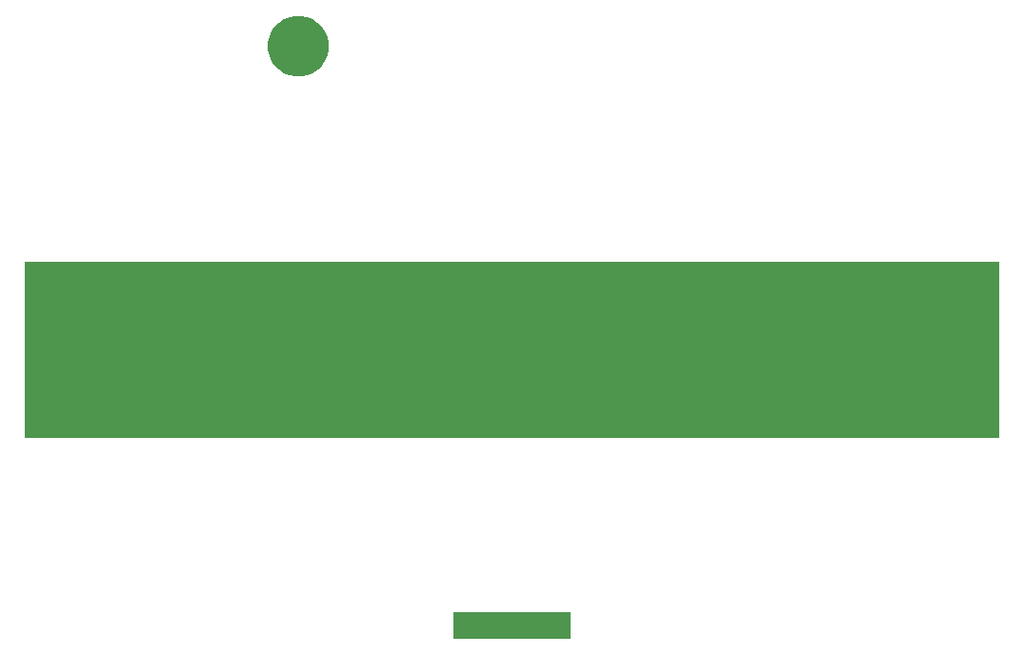
<source format=gbr>
G04 #@! TF.GenerationSoftware,KiCad,Pcbnew,5.0.1*
G04 #@! TF.CreationDate,2019-03-26T00:33:58-05:00*
G04 #@! TF.ProjectId,lid,6C69642E6B696361645F706362000000,rev?*
G04 #@! TF.SameCoordinates,Original*
G04 #@! TF.FileFunction,Soldermask,Bot*
G04 #@! TF.FilePolarity,Negative*
%FSLAX46Y46*%
G04 Gerber Fmt 4.6, Leading zero omitted, Abs format (unit mm)*
G04 Created by KiCad (PCBNEW 5.0.1) date Tue 26 Mar 2019 12:33:58 AM CDT*
%MOMM*%
%LPD*%
G01*
G04 APERTURE LIST*
%ADD10C,0.100000*%
G04 APERTURE END LIST*
D10*
G36*
X151700000Y-118700000D02*
X141300000Y-118700000D01*
X141300000Y-116300000D01*
X151700000Y-116300000D01*
X151700000Y-118700000D01*
X151700000Y-118700000D01*
G37*
G36*
X189800000Y-100800000D02*
X103200000Y-100800000D01*
X103200000Y-85200000D01*
X189800000Y-85200000D01*
X189800000Y-100800000D01*
X189800000Y-100800000D01*
G37*
G36*
X128287560Y-63403759D02*
X128778928Y-63607290D01*
X128778930Y-63607291D01*
X129215268Y-63898843D01*
X129221153Y-63902775D01*
X129597225Y-64278847D01*
X129892710Y-64721072D01*
X130096241Y-65212440D01*
X130200000Y-65734072D01*
X130200000Y-66265928D01*
X130096241Y-66787560D01*
X129892710Y-67278928D01*
X129597225Y-67721153D01*
X129221153Y-68097225D01*
X129221150Y-68097227D01*
X128778930Y-68392709D01*
X128778929Y-68392710D01*
X128778928Y-68392710D01*
X128287560Y-68596241D01*
X127765928Y-68700000D01*
X127234072Y-68700000D01*
X126712440Y-68596241D01*
X126221072Y-68392710D01*
X126221071Y-68392710D01*
X126221070Y-68392709D01*
X125778850Y-68097227D01*
X125778847Y-68097225D01*
X125402775Y-67721153D01*
X125107290Y-67278928D01*
X124903759Y-66787560D01*
X124800000Y-66265928D01*
X124800000Y-65734072D01*
X124903759Y-65212440D01*
X125107290Y-64721072D01*
X125402775Y-64278847D01*
X125778847Y-63902775D01*
X125784732Y-63898843D01*
X126221070Y-63607291D01*
X126221072Y-63607290D01*
X126712440Y-63403759D01*
X127234072Y-63300000D01*
X127765928Y-63300000D01*
X128287560Y-63403759D01*
X128287560Y-63403759D01*
G37*
M02*

</source>
